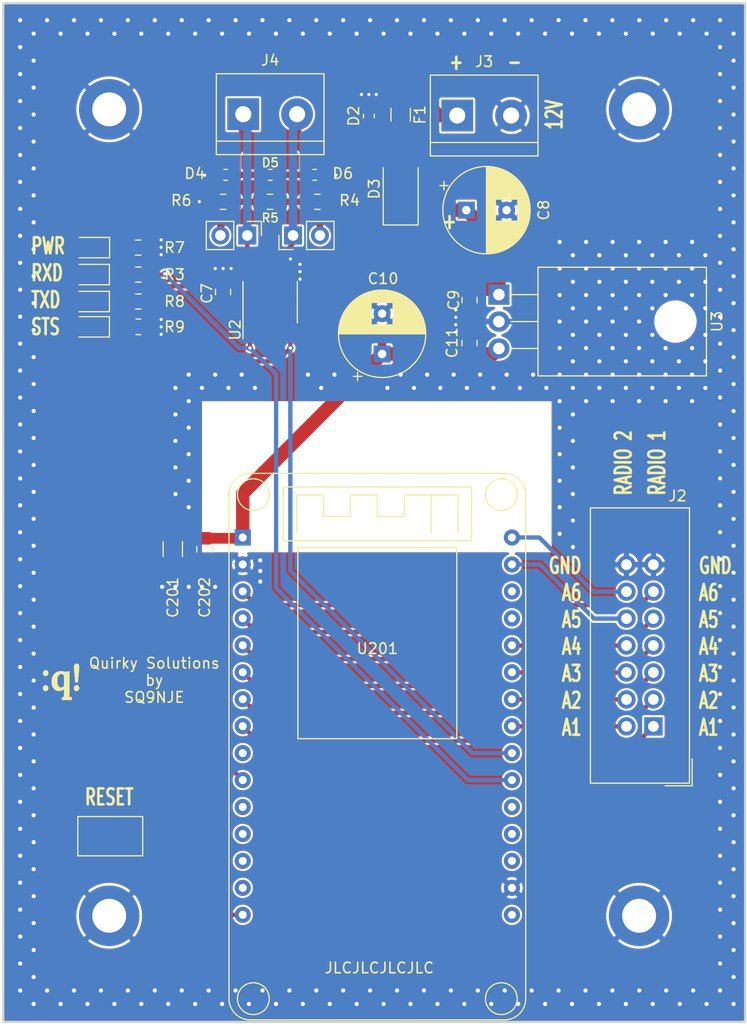
<source format=kicad_pcb>
(kicad_pcb (version 20241229) (generator "pcbnew") (generator_version "9.0")
  (layers (0 "F.Cu" signal) (2 "B.Cu" signal) (13 "F.Paste" user) (15 "B.Paste" user) (5 "F.SilkS" user "F.Silkscreen") (7 "B.SilkS" user "B.Silkscreen") (1 "F.Mask" user) (3 "B.Mask" user) (25 "Edge.Cuts" user))
  (net 0 "")
  (net 1 "GND")
  (net 2 "+5V")
  (net 3 "Net-(D3-K)")
  (net 4 "Net-(D2-A1)")
  (net 5 "Net-(D7-K)")
  (net 6 "Net-(D8-K)")
  (net 7 "Net-(D9-K)")
  (net 8 "Net-(J3-Pin_1)")
  (net 9 "Net-(U201-EN)")
  (net 10 "RS485_B")
  (net 11 "RS485_A")
  (net 12 "RXD2")
  (net 13 "TXD2")
  (net 17 "A1R1")
  (net 18 "A1R2")
  (net 19 "A2R1")
  (net 20 "A2R2")
  (net 21 "A3R1")
  (net 22 "A3R2")
  (net 23 "A4R1")
  (net 24 "A4R2")
  (net 25 "A5R1")
  (net 26 "A5R2")
  (net 27 "A6R1")
  (net 28 "A6R2")
  (net 29 "Net-(JP1-Pad2)")
  (net 30 "Net-(JP2-Pad2)")
  (net 38 "Net-(D10-K)")
  (net 39 "Net-(D10-A)")
  (footprint "Capacitor_THT:CP_Radial_D8.0mm_P3.80mm" (layer "F.Cu") (at 143.7 119.5)
    (property "Reference" "C8")
    (property "Value" "100u")
  )
  (footprint "Capacitor_SMD:C_0805_2012Metric_Pad1.15x1.40mm_HandSolder" (layer "F.Cu") (at 144 127.975 -90)
    (property "Reference" "C9")
    (property "Value" "100n")
  )
  (footprint "Capacitor_THT:CP_Radial_D8.0mm_P3.80mm" (layer "F.Cu") (at 135.75 133.052651 90)
    (property "Reference" "C10")
    (property "Value" "100u")
  )
  (footprint "Capacitor_SMD:C_0805_2012Metric_Pad1.15x1.40mm_HandSolder" (layer "F.Cu") (at 144 132.025 90)
    (property "Reference" "C11")
    (property "Value" "100n")
  )
  (footprint "Resistor_SMD:R_0603_1608Metric_Pad1.05x0.95mm_HandSolder" (layer "F.Cu") (at 134.5 110.625 90)
    (property "Reference" "D2")
    (property "Value" "TESDU24V")
  )
  (footprint "Resistor_SMD:R_0603_1608Metric_Pad1.05x0.95mm_HandSolder" (layer "F.Cu") (at 120.982 116.172)
    (property "Reference" "D4")
    (property "Value" "TESDU24V")
  )
  (footprint "Resistor_SMD:R_0603_1608Metric_Pad1.05x0.95mm_HandSolder" (layer "F.Cu") (at 125.201 116.172)
    (property "Reference" "D5")
    (property "Value" "TESDU24V")
  )
  (footprint "Resistor_SMD:R_0603_1608Metric_Pad1.05x0.95mm_HandSolder" (layer "F.Cu") (at 129.392 116.172)
    (property "Reference" "D6")
    (property "Value" "TESDU24V")
  )
  (footprint "LED_SMD:LED_0805_2012Metric_Pad1.15x1.40mm_HandSolder" (layer "F.Cu") (at 108.16 125.57 180)
    (property "Reference" "D7" (hide yes))
    (property "Value" "LED_Small")
  )
  (footprint "LED_SMD:LED_0805_2012Metric_Pad1.15x1.40mm_HandSolder" (layer "F.Cu") (at 108.178 123.03 180)
    (property "Reference" "D8" (hide yes))
    (property "Value" "LED_Small")
  )
  (footprint "LED_SMD:LED_0805_2012Metric_Pad1.15x1.40mm_HandSolder" (layer "F.Cu") (at 108.16 128.11 180)
    (property "Reference" "D9" (hide yes))
    (property "Value" "LED_Small" (hide yes))
  )
  (footprint "Fuse:Fuse_1206_3216Metric_Pad1.42x1.75mm_HandSolder" (layer "F.Cu") (at 137.5 110.5125 -90)
    (property "Reference" "F1")
    (property "Value" "0ZCJ0025AF2E")
  )
  (footprint "TerminalBlock:TerminalBlock_bornier-2_P5.08mm" (layer "F.Cu") (at 142.84 110.584)
    (property "Reference" "J3")
    (property "Value" "Conn_01x02")
  )
  (footprint "TerminalBlock:TerminalBlock_bornier-2_P5.08mm" (layer "F.Cu") (at 122.647 110.457)
    (property "Reference" "J4")
    (property "Value" "Conn_01x02")
  )
  (footprint "Connector_PinHeader_2.54mm:PinHeader_1x02_P2.54mm_Vertical" (layer "F.Cu") (at 127.346 121.887 90)
    (property "Reference" "JP1" (hide yes))
    (property "Value" "Jumper_NC_Small")
  )
  (footprint "Resistor_SMD:R_0805_2012Metric_Pad1.15x1.40mm_HandSolder" (layer "F.Cu") (at 112.75 125.57)
    (property "Reference" "R3")
    (property "Value" "2.2k" (hide yes))
  )
  (footprint "Resistor_SMD:R_0805_2012Metric_Pad1.15x1.40mm_HandSolder" (layer "F.Cu") (at 129.641 118.712 180)
    (property "Reference" "R4")
    (property "Value" "1k")
  )
  (footprint "Resistor_SMD:R_0805_2012Metric_Pad1.15x1.40mm_HandSolder" (layer "F.Cu") (at 125.178 118.712 180)
    (property "Reference" "R5")
    (property "Value" "120")
  )
  (footprint "Resistor_SMD:R_0805_2012Metric_Pad1.15x1.40mm_HandSolder" (layer "F.Cu") (at 120.742 118.712 180)
    (property "Reference" "R6")
    (property "Value" "1k")
  )
  (footprint "Resistor_SMD:R_0805_2012Metric_Pad1.15x1.40mm_HandSolder" (layer "F.Cu") (at 112.732 123.03)
    (property "Reference" "R7")
    (property "Value" "2.2k" (hide yes))
  )
  (footprint "Resistor_SMD:R_0805_2012Metric_Pad1.15x1.40mm_HandSolder" (layer "F.Cu") (at 112.75 128.11)
    (property "Reference" "R8")
    (property "Value" "2.2k" (hide yes))
  )
  (footprint "Package_SO:SOIC-8_3.9x4.9mm_P1.27mm" (layer "F.Cu") (at 125.187 128.172 90)
    (property "Reference" "U2")
    (property "Value" "MAX13487" (hide yes))
  )
  (footprint "Package_TO_SOT_THT:TO-220-3_Horizontal_TabDown" (layer "F.Cu") (at 146.77 127.46 -90)
    (property "Reference" "U3")
    (property "Value" "LM7805_TO220")
  )
  (footprint "MountingHole:MountingHole_3.2mm_M3_ISO7380_Pad" (layer "F.Cu") (at 110 110)
    (property "Reference" "REF**" (hide yes))
    (property "Value" "MountingHole_3.2mm_M3_ISO7380_Pad" (hide yes))
  )
  (footprint "MountingHole:MountingHole_3.2mm_M3_ISO7380_Pad" (layer "F.Cu") (at 110 186)
    (property "Reference" "REF**" (hide yes))
    (property "Value" "MountingHole_3.2mm_M3_ISO7380_Pad" (hide yes))
  )
  (footprint "Capacitor_SMD:C_0805_2012Metric_Pad1.15x1.40mm_HandSolder" (layer "F.Cu") (at 120.742 127.212 -90)
    (property "Reference" "C7")
    (property "Value" "100n" (hide yes))
  )
  (footprint "Connector_PinHeader_2.54mm:PinHeader_1x02_P2.54mm_Vertical" (layer "F.Cu") (at 123.028 121.887 -90)
    (property "Reference" "JP2" (hide yes))
    (property "Value" "Jumper_NC_Small")
  )
  (footprint "Button_Switch_SMD:SW_SPST_CK_RS282G05A3" (layer "F.Cu") (at 110.1 178.5)
    (property "Reference" "SW1" (hide yes))
    (property "Value" "SW_Push")
  )
  (footprint "Connector_IDC:IDC-Header_2x07_P2.54mm_Vertical" (layer "F.Cu") (at 161.347 168.152 180)
    (property "Reference" "J2")
    (property "Value" "Conn_02x07_Odd_Even")
  )
  (footprint "Diode_SMD:D_SMA" (layer "F.Cu") (at 137.5 117.5 90)
    (property "Reference" "D3")
    (property "Value" "ER1B")
  )
  (footprint "QS Logo:qs_logo" (layer "F.Cu") (at 105.5 164)
    (property "Reference" "Ref**" (hide yes))
    (property "Value" "Val**" (hide yes))
  )
  (footprint "Capacitor_SMD:C_1206_3216Metric_Pad1.33x1.80mm_HandSolder" (layer "F.Cu") (at 116 151.4375 -90)
    (property "Reference" "C201")
    (property "Value" "22u")
  )
  (footprint "MountingHole:MountingHole_3.2mm_M3_ISO7380_Pad" (layer "F.Cu") (at 160 110)
    (property "Reference" "REF**" (hide yes))
    (property "Value" "MountingHole_3.2mm_M3_ISO7380_Pad" (hide yes))
  )
  (footprint "LED_SMD:LED_0805_2012Metric_Pad1.15x1.40mm_HandSolder" (layer "F.Cu") (at 108.16 130.5 180)
    (property "Reference" "D10" (hide yes))
    (property "Value" "LED_Small")
  )
  (footprint "Capacitor_SMD:C_0805_2012Metric_Pad1.18x1.45mm_HandSolder" (layer "F.Cu") (at 119 151.4625 -90)
    (property "Reference" "C202")
    (property "Value" "100n")
  )
  (footprint "MountingHole:MountingHole_3.2mm_M3_ISO7380_Pad" (layer "F.Cu") (at 160 186)
    (property "Reference" "REF**" (hide yes))
    (property "Value" "MountingHole_3.2mm_M3_ISO7380_Pad" (hide yes))
  )
  (footprint "ESP32 DevKit:esp32_devkit_v1_doit" (layer "F.Cu") (at 135.3 150.35)
    (property "Reference" "U201")
    (property "Value" "~" (hide yes))
  )
  (footprint "Resistor_SMD:R_0805_2012Metric_Pad1.20x1.40mm_HandSolder" (layer "F.Cu") (at 112.75 130.5)
    (property "Reference" "R9")
    (property "Value" "470")
  )
  (gr_line (start 100 100) (end 170 100) (stroke (width 0.2)) (layer "Edge.Cuts"))
  (gr_line (start 170 100) (end 170 196) (stroke (width 0.2)) (layer "Edge.Cuts"))
  (gr_line (start 100 100) (end 100 196) (stroke (width 0.2)) (layer "Edge.Cuts"))
  (gr_line (start 100 196) (end 170 196) (stroke (width 0.2)) (layer "Edge.Cuts"))
  (gr_text "GND" (at 154.705 153.01 0) (layer "F.SilkS") (effects (font (size 1.5 1) (thickness 0.25)) (justify right)))
  (gr_text "A5" (at 165.5 158.09 0) (layer "F.SilkS") (effects (font (size 1.5 1) (thickness 0.25)) (justify left)))
  (gr_text "A6" (at 165.5 155.55 0) (layer "F.SilkS") (effects (font (size 1.5 1) (thickness 0.25)) (justify left)))
  (gr_text "A4" (at 165.5 160.63 0) (layer "F.SilkS") (effects (font (size 1.5 1) (thickness 0.25)) (justify left)))
  (gr_text "A3" (at 165.5 163.17 0) (layer "F.SilkS") (effects (font (size 1.5 1) (thickness 0.25)) (justify left)))
  (gr_text "A1" (at 165.5 168.25 0) (layer "F.SilkS") (effects (font (size 1.5 1) (thickness 0.25)) (justify left)))
  (gr_text "GND" (at 165.5 153.01 0) (layer "F.SilkS") (effects (font (size 1.5 1) (thickness 0.25)) (justify left)))
  (gr_text "A2" (at 165.5 165.71 0) (layer "F.SilkS") (effects (font (size 1.5 1) (thickness 0.25)) (justify left)))
  (gr_text "RESET" (at 110 174.817 0) (layer "F.SilkS") (effects (font (size 1.5 1) (thickness 0.25))))
  (gr_text "-" (at 147.193 120.523 0) (layer "F.SilkS") (effects (font (size 1.5 1) (thickness 0.25))))
  (gr_text "12V" (at 152 110.5 90) (layer "F.SilkS") (effects (font (size 1.5 1) (thickness 0.25))))
  (gr_text "RXD" (at 102.5 125.42 0) (layer "F.SilkS") (effects (font (size 1.5 1) (thickness 0.25)) (justify left)))
  (gr_text "+" (at 142.113 120.523 0) (layer "F.SilkS") (effects (font (size 1.5 1) (thickness 0.25))))
  (gr_text "A1" (at 154.705 168.25 0) (layer "F.SilkS") (effects (font (size 1.5 1) (thickness 0.25)) (justify right)))
  (gr_text "A5" (at 154.705 158.09 0) (layer "F.SilkS") (effects (font (size 1.5 1) (thickness 0.25)) (justify right)))
  (gr_text "A3" (at 154.705 163.17 0) (layer "F.SilkS") (effects (font (size 1.5 1) (thickness 0.25)) (justify right)))
  (gr_text "JLCJLCJLCJLC" (at 130.25 191.5 0) (layer "F.SilkS") (effects (font (size 1 1)) (justify left bottom)))
  (gr_text "TXD" (at 102.5 127.96 0) (layer "F.SilkS") (effects (font (size 1.5 1) (thickness 0.25)) (justify left)))
  (gr_text "STS" (at 102.5 130.5 0) (layer "F.SilkS") (effects (font (size 1.5 1) (thickness 0.25)) (justify left)))
  (gr_text "Quirky Solutions\nby\nSQ9NJE" (at 114.25 166 0) (layer "F.SilkS") (effects (font (size 1 1)) (justify bottom)))
  (gr_text "A6" (at 154.705 155.55 0) (layer "F.SilkS") (effects (font (size 1.5 1) (thickness 0.25)) (justify right)))
  (gr_text "A2" (at 154.705 165.71 0) (layer "F.SilkS") (effects (font (size 1.5 1) (thickness 0.25)) (justify right)))
  (gr_text "A4" (at 154.705 160.63 0) (layer "F.SilkS") (effects (font (size 1.5 1) (thickness 0.25)) (justify right)))
  (gr_text "RADIO 2" (at 158.515 140.1 90) (layer "F.SilkS") (effects (font (size 1.5 1) (thickness 0.25)) (justify right)))
  (gr_text "PWR" (at 102.5 122.88 0) (layer "F.SilkS") (effects (font (size 1.5 1) (thickness 0.25)) (justify left)))
  (gr_text "+" (at 142.75 105.5 0) (layer "F.SilkS") (effects (font (size 1.5 1) (thickness 0.25))))
  (gr_text "RADIO 1" (at 161.69 140.1 90) (layer "F.SilkS") (effects (font (size 1.5 1) (thickness 0.25)) (justify right)))
  (gr_text "-" (at 148.25 105.5 0) (layer "F.SilkS") (effects (font (size 1.5 1) (thickness 0.25))))
  (via (at 168.91 113.03) (size 0.8) (drill 0.4) (layers "F.Cu" "B.Cu") (net 1))
  (via (at 133.35 102.87) (size 0.8) (drill 0.4) (layers "F.Cu" "B.Cu") (net 1))
  (via (at 115.57 194.31) (size 0.8) (drill 0.4) (layers "F.Cu" "B.Cu") (net 1))
  (via (at 102.87 184.15) (size 0.8) (drill 0.4) (layers "F.Cu" "B.Cu") (net 1))
  (via (at 152.5 150) (size 0.8) (drill 0.4) (layers "F.Cu" "B.Cu") (net 1))
  (via (at 123.19 194.31) (size 0.8) (drill 0.4) (layers "F.Cu" "B.Cu") (net 1))
  (via (at 139.7 101.6) (size 0.8) (drill 0.4) (layers "F.Cu" "B.Cu") (net 1))
  (via (at 168.91 110.49) (size 0.8) (drill 0.4) (layers "F.Cu" "B.Cu") (net 1))
  (via (at 155 132.5) (size 0.8) (drill 0.4) (layers "F.Cu" "B.Cu") (net 1))
  (via (at 116.25 136.25) (size 0.8) (drill 0.4) (layers "F.Cu" "B.Cu") (net 1))
  (via (at 101.6 124.46) (size 0.8) (drill 0.4) (layers "F.Cu" "B.Cu") (net 1))
  (via (at 156.25 136.25) (size 0.8) (drill 0.4) (layers "F.Cu" "B.Cu") (net 1))
  (via (at 168.91 153.67) (size 0.8) (drill 0.4) (layers "F.Cu" "B.Cu") (net 1))
  (via (at 167.64 109.22) (size 0.8) (drill 0.4) (layers "F.Cu" "B.Cu") (net 1))
  (via (at 143.75 136.25) (size 0.8) (drill 0.4) (layers "F.Cu" "B.Cu") (net 1))
  (via (at 121.5 125) (size 0.6) (drill 0.3) (layers "F.Cu" "B.Cu") (net 1))
  (via (at 157.48 101.6) (size 0.8) (drill 0.4) (layers "F.Cu" "B.Cu") (net 1))
  (via (at 167.64 162.56) (size 0.8) (drill 0.4) (layers "F.Cu" "B.Cu") (net 1))
  (via (at 133.8 108.6) (size 0.6) (drill 0.3) (layers "F.Cu" "B.Cu") (net 1))
  (via (at 152.5 132.5) (size 0.8) (drill 0.4) (layers "F.Cu" "B.Cu") (net 1))
  (via (at 161.25 136.25) (size 0.8) (drill 0.4) (layers "F.Cu" "B.Cu") (net 1))
  (via (at 152.4 101.6) (size 0.8) (drill 0.4) (layers "F.Cu" "B.Cu") (net 1))
  (via (at 168.91 186.69) (size 0.8) (drill 0.4) (layers "F.Cu" "B.Cu") (net 1))
  (via (at 144.78 193.04) (size 0.8) (drill 0.4) (layers "F.Cu" "B.Cu") (net 1))
  (via (at 152.5 127.5) (size 0.8) (drill 0.4) (layers "F.Cu" "B.Cu") (net 1))
  (via (at 158.75 102.87) (size 0.8) (drill 0.4) (layers "F.Cu" "B.Cu") (net 1))
  (via (at 142.5 135) (size 0.8) (drill 0.4) (layers "F.Cu" "B.Cu") (net 1))
  (via (at 146.05 194.31) (size 0.8) (drill 0.4) (layers "F.Cu" "B.Cu") (net 1))
  (via (at 118.11 194.31) (size 0.8) (drill 0.4) (layers "F.Cu" "B.Cu") (net 1))
  (via (at 102.87 146.05) (size 0.8) (drill 0.4) (layers "F.Cu" "B.Cu") (net 1))
  (via (at 167.64 132.08) (size 0.8) (drill 0.4) (layers "F.Cu" "B.Cu") (net 1))
  (via (at 102.87 168.91) (size 0.8) (drill 0.4) (layers "F.Cu" "B.Cu") (net 1))
  (via (at 155 135) (size 0.8) (drill 0.4) (layers "F.Cu" "B.Cu") (net 1))
  (via (at 167.64 104.14) (size 0.8) (drill 0.4) (layers "F.Cu" "B.Cu") (net 1))
  (via (at 156.21 102.87) (size 0.8) (drill 0.4) (layers "F.Cu" "B.Cu") (net 1))
  (via (at 166.25 136.25) (size 0.8) (drill 0.4) (layers "F.Cu" "B.Cu") (net 1))
  (via (at 102.87 107.95) (size 0.8) (drill 0.4) (layers "F.Cu" "B.Cu") (net 1))
  (via (at 168.91 118.11) (size 0.8) (drill 0.4) (layers "F.Cu" "B.Cu") (net 1))
  (via (at 119.38 193.04) (size 0.8) (drill 0.4) (layers "F.Cu" "B.Cu") (net 1))
  (via (at 168.91 171.45) (size 0.8) (drill 0.4) (layers "F.Cu" "B.Cu") (net 1))
  (via (at 113.03 102.87) (size 0.8) (drill 0.4) (layers "F.Cu" "B.Cu") (net 1))
  (via (at 167.64 114.3) (size 0.8) (drill 0.4) (layers "F.Cu" "B.Cu") (net 1))
  (via (at 101.6 139.7) (size 0.8) (drill 0.4) (layers "F.Cu" "B.Cu") (net 1))
  (via (at 158.75 128.75) (size 0.8) (drill 0.4) (layers "F.Cu" "B.Cu") (net 1))
  (via (at 158.75 123.75) (size 0.8) (drill 0.4) (layers "F.Cu" "B.Cu") (net 1))
  (via (at 102.87 158.75) (size 0.8) (drill 0.4) (layers "F.Cu" "B.Cu") (net 1))
  (via (at 102.87 128.27) (size 0.8) (drill 0.4) (layers "F.Cu" "B.Cu") (net 1))
  (via (at 142.24 193.04) (size 0.8) (drill 0.4) (layers "F.Cu" "B.Cu") (net 1))
  (via (at 114.9 122.3) (size 0.6) (drill 0.3) (layers "F.Cu" "B.Cu") (net 1))
  (via (at 153.75 136.25) (size 0.8) (drill 0.4) (layers "F.Cu" "B.Cu") (net 1))
  (via (at 142.7 131) (size 0.6) (drill 0.3) (layers "F.Cu" "B.Cu") (net 1))
  (via (at 167.64 127) (size 0.8) (drill 0.4) (layers "F.Cu" "B.Cu") (net 1))
  (via (at 168.91 166.37) (size 0.8) (drill 0.4) (layers "F.Cu" "B.Cu") (net 1))
  (via (at 101.6 106.68) (size 0.8) (drill 0.4) (layers "F.Cu" "B.Cu") (net 1))
  (via (at 117.5 140) (size 0.8) (drill 0.4) (layers "F.Cu" "B.Cu") (net 1))
  (via (at 160.02 193.04) (size 0.8) (drill 0.4) (layers "F.Cu" "B.Cu") (net 1))
  (via (at 110.49 102.87) (size 0.8) (drill 0.4) (layers "F.Cu" "B.Cu") (net 1))
  (via (at 168.91 123.19) (size 0.8) (drill 0.4) (layers "F.Cu" "B.Cu") (net 1))
  (via (at 168.91 173.99) (size 0.8) (drill 0.4) (layers "F.Cu" "B.Cu") (net 1))
  (via (at 154.94 101.6) (size 0.8) (drill 0.4) (layers "F.Cu" "B.Cu") (net 1))
  (via (at 161.25 126.25) (size 0.8) (drill 0.4) (layers "F.Cu" "B.Cu") (net 1))
  (via (at 101.6 154.94) (size 0.8) (drill 0.4) (layers "F.Cu" "B.Cu") (net 1))
  (via (at 163.83 194.31) (size 0.8) (drill 0.4) (layers "F.Cu" "B.Cu") (net 1))
  (via (at 148.59 102.87) (size 0.8) (drill 0.4) (layers "F.Cu" "B.Cu") (net 1))
  (via (at 156.25 133.75) (size 0.8) (drill 0.4) (layers "F.Cu" "B.Cu") (net 1))
  (via (at 133.35 194.31) (size 0.8) (drill 0.4) (layers "F.Cu" "B.Cu") (net 1))
  (via (at 102.87 140.97) (size 0.8) (drill 0.4) (layers "F.Cu" "B.Cu") (net 1))
  (via (at 124.25 152.5) (size 0.8) (drill 0.4) (layers "F.Cu" "B.Cu") (net 1))
  (via (at 168.91 156.21) (size 0.8) (drill 0.4) (layers "F.Cu" "B.Cu") (net 1))
  (via (at 152.4 193.04) (size 0.8) (drill 0.4) (layers "F.Cu" "B.Cu") (net 1))
  (via (at 138.43 102.87) (size 0.8) (drill 0.4) (layers "F.Cu" "B.Cu") (net 1))
  (via (at 147.32 193.04) (size 0.8) (drill 0.4) (layers "F.Cu" "B.Cu") (net 1))
  (via (at 114.9 123.7) (size 0.6) (drill 0.3) (layers "F.Cu" "B.Cu") (net 1))
  (via (at 153.75 131.25) (size 0.8) (drill 0.4) (layers "F.Cu" "B.Cu") (net 1))
  (via (at 102.87 163.83) (size 0.8) (drill 0.4) (layers "F.Cu" "B.Cu") (net 1))
  (via (at 106.68 101.6) (size 0.8) (drill 0.4) (layers "F.Cu" "B.Cu") (net 1))
  (via (at 168.91 194.31) (size 0.8) (drill 0.4) (layers "F.Cu" "B.Cu") (net 1))
  (via (at 162.5 135) (size 0.8) (drill 0.4) (layers "F.Cu" "B.Cu") (net 1))
  (via (at 101.6 109.22) (size 0.8) (drill 0.4) (layers "F.Cu" "B.Cu") (net 1))
  (via (at 166.25 126.25) (size 0.8) (drill 0.4) (layers "F.Cu" "B.Cu") (net 1))
  (via (at 120.65 102.87) (size 0.8) (drill 0.4) (layers "F.Cu" "B.Cu") (net 1))
  (via (at 101.6 180.34) (size 0.8) (drill 0.4) (layers "F.Cu" "B.Cu") (net 1))
  (via (at 157.5 137.5) (size 0.8) (drill 0.4) (layers "F.Cu" "B.Cu") (net 1))
  (via (at 163.75 136.25) (size 0.8) (drill 0.4) (layers "F.Cu" "B.Cu") (net 1))
  (via (at 163.75 133.75) (size 0.8) (drill 0.4) (layers "F.Cu" "B.Cu") (net 1))
  (via (at 116.25 146.25) (size 0.8) (drill 0.4) (layers "F.Cu" "B.Cu") (net 1))
  (via (at 155 137.5) (size 0.8) (drill 0.4) (layers "F.Cu" "B.Cu") (net 1))
  (via (at 131.25 135) (size 0.8) (drill 0.4) (layers "F.Cu" "B.Cu") (net 1))
  (via (at 157.48 193.04) (size 0.8) (drill 0.4) (layers "F.Cu" "B.Cu") (net 1))
  (via (at 167.64 157.48) (size 0.8) (drill 0.4) (layers "F.Cu" "B.Cu") (net 1))
  (via (at 161.25 131.25) (size 0.8) (drill 0.4) (layers "F.Cu" "B.Cu") (net 1))
  (via (at 102.87 166.37) (size 0.8) (drill 0.4) (layers "F.Cu" "B.Cu") (net 1))
  (via (at 122.5 135) (size 0.8) (drill 0.4) (layers "F.Cu" "B.Cu") (net 1))
  (via (at 105.41 102.87) (size 0.8) (drill 0.4) (layers "F.Cu" "B.Cu") (net 1))
  (via (at 102.87 115.57) (size 0.8) (drill 0.4) (layers "F.Cu" "B.Cu") (net 1))
  (via (at 160 135) (size 0.8) (drill 0.4) (layers "F.Cu" "B.Cu") (net 1))
  (via (at 134.5 108.6) (size 0.6) (drill 0.3) (layers "F.Cu" "B.Cu") (net 1))
  (via (at 139.7 193.04) (size 0.8) (drill 0.4) (layers "F.Cu" "B.Cu") (net 1))
  (via (at 153.75 141.25) (size 0.8) (drill 0.4) (layers "F.Cu" "B.Cu") (net 1))
  (via (at 127 101.6) (size 0.8) (drill 0.4) (layers "F.Cu" "B.Cu") (net 1))
  (via (at 101.6 177.8) (size 0.8) (drill 0.4) (layers "F.Cu" "B.Cu") (net 1))
  (via (at 168.91 140.97) (size 0.8) (drill 0.4) (layers "F.Cu" "B.Cu") (net 1))
  (via (at 152.5 125) (size 0.8) (drill 0.4) (layers "F.Cu" "B.Cu") (net 1))
  (via (at 120 135) (size 0.8) (drill 0.4) (layers "F.Cu" "B.Cu") (net 1))
  (via (at 102.87 113.03) (size 0.8) (drill 0.4) (layers "F.Cu" "B.Cu") (net 1))
  (via (at 102.87 143.51) (size 0.8) (drill 0.4) (layers "F.Cu" "B.Cu") (net 1))
  (via (at 137.16 101.6) (size 0.8) (drill 0.4) (layers "F.Cu" "B.Cu") (net 1))
  (via (at 102.87 110.49) (size 0.8) (drill 0.4) (layers "F.Cu" "B.Cu") (net 1))
  (via (at 101.6 142.24) (size 0.8) (drill 0.4) (layers "F.Cu" "B.Cu") (net 1))
  (via (at 167.64 160.02) (size 0.8) (drill 0.4) (layers "F.Cu" "B.Cu") (net 1))
  (via (at 167.64 177.8) (size 0.8) (drill 0.4) (layers "F.Cu" "B.Cu") (net 1))
  (via (at 128.27 194.31) (size 0.8) (drill 0.4) (layers "F.Cu" "B.Cu") (net 1))
  (via (at 102.87 189.23) (size 0.8) (drill 0.4) (layers "F.Cu" "B.Cu") (net 1))
  (via (at 168.91 133.35) (size 0.8) (drill 0.4) (layers "F.Cu" "B.Cu") (net 1))
  (via (at 101.6 129.54) (size 0.8) (drill 0.4) (layers "F.Cu" "B.Cu") (net 1))
  (via (at 102.87 102.87) (size 0.8) (drill 0.4) (layers "F.Cu" "B.Cu") (net 1))
  (via (at 129.54 193.04) (size 0.8) (drill 0.4) (layers "F.Cu" "B.Cu") (net 1))
  (via (at 162.5 127.5) (size 0.8) (drill 0.4) (layers "F.Cu" "B.Cu") (net 1))
  (via (at 165 122.5) (size 0.8) (drill 0.4) (layers "F.Cu" "B.Cu") (net 1))
  (via (at 168.91 130.81) (size 0.8) (drill 0.4) (layers "F.Cu" "B.Cu") (net 1))
  (via (at 124.46 193.04) (size 0.8) (drill 0.4) (layers "F.Cu" "B.Cu") (net 1))
  (via (at 124.25 154.5) (size 0.8) (drill 0.4) (layers "F.Cu" "B.Cu") (net 1))
  (via (at 120.75 125) (size 0.6) (drill 0.3) (layers "F.Cu" "B.Cu") (net 1))
  (via (at 123.19 102.87) (size 0.8) (drill 0.4) (layers "F.Cu" "B.Cu") (net 1))
  (via (at 160 137.5) (size 0.8) (drill 0.4) (layers "F.Cu" "B.Cu") (net 1))
  (via (at 163.83 102.87) (size 0.8) (drill 0.4) (layers "F.Cu" "B.Cu") (net 1))
  (via (at 167.64 187.96) (size 0.8) (drill 0.4) (layers "F.Cu" "B.Cu") (net 1))
  (via (at 168.91 146.05) (size 0.8) (drill 0.4) (layers "F.Cu" "B.Cu") (net 1))
  (via (at 158.75 194.31) (size 0.8) (drill 0.4) (layers "F.Cu" "B.Cu") (net 1))
  (via (at 101.6 160.02) (size 0.8) (drill 0.4) (layers "F.Cu" "B.Cu") (net 1))
  (via (at 167.64 106.68) (size 0.8) (drill 0.4) (layers "F.Cu" "B.Cu") (net 1))
  (via (at 110.49 194.31) (size 0.8) (drill 0.4) (layers "F.Cu" "B.Cu") (net 1))
  (via (at 167.64 119.38) (size 0.8) (drill 0.4) (layers "F.Cu" "B.Cu") (net 1))
  (via (at 166.25 131.25) (size 0.8) (drill 0.4) (layers "F.Cu" "B.Cu") (net 1))
  (via (at 142.24 101.6) (size 0.8) (drill 0.4) (layers "F.Cu" "B.Cu") (net 1))
  (via (at 121.92 193.04) (size 0.8) (drill 0.4) (layers "F.Cu" "B.Cu") (net 1))
  (via (at 116.84 101.6) (size 0.8) (drill 0.4) (layers "F.Cu" "B.Cu") (net 1))
  (via (at 165.1 101.6) (size 0.8) (drill 0.4) (layers "F.Cu" "B.Cu") (net 1))
  (via (at 116.25 155) (size 0.8) (drill 0.4) (layers "F.Cu" "B.Cu") (net 1))
  (via (at 141.25 136.25) (size 0.8) (drill 0.4) (layers "F.Cu" "B.Cu") (net 1))
  (via (at 149.86 101.6) (size 0.8) (drill 0.4) (layers "F.Cu" "B.Cu") (net 1))
  (via (at 156.21 194.31) (size 0.8) (drill 0.4) (layers "F.Cu" "B.Cu") (net 1))
  (via (at 158.75 133.75) (size 0.8) (drill 0.4) (layers "F.Cu" "B.Cu") (net 1))
  (via (at 167.64 147.32) (size 0.8) (drill 0.4) (layers "F.Cu" "B.Cu") (net 1))
  (via (at 160 130) (size 0.8) (drill 0.4) (layers "F.Cu" "B.Cu") (net 1))
  (via (at 153.75 148.75) (size 0.8) (drill 0.4) (layers "F.Cu" "B.Cu") (net 1))
  (via (at 157.5 122.5) (size 0.8) (drill 0.4) (layers "F.Cu" "B.Cu") (net 1))
  (via (at 102.87 173.99) (size 0.8) (drill 0.4) (layers "F.Cu" "B.Cu") (net 1))
  (via (at 153.75 146.25) (size 0.8) (drill 0.4) (layers "F.Cu" "B.Cu") (net 1))
  (via (at 109.22 193.04) (size 0.8) (drill 0.4) (layers "F.Cu" "B.Cu") (net 1))
  (via (at 155 125) (size 0.8) (drill 0.4) (layers "F.Cu" "B.Cu") (net 1))
  (via (at 168.91 176.53) (size 0.8) (drill 0.4) (layers "F.Cu" "B.Cu") (net 1))
  (via (at 158.75 131.25) (size 0.8) (drill 0.4) (layers "F.Cu" "B.Cu") (net 1))
  (via (at 117.5 135) (size 0.8) (drill 0.4) (layers "F.Cu" "B.Cu") (net 1))
  (via (at 135.89 194.31) (size 0.8) (drill 0.4) (layers "F.Cu" "B.Cu") (net 1))
  (via (at 165 137.5) (size 0.8) (drill 0.4) (layers "F.Cu" "B.Cu") (net 1))
  (via (at 101.6 111.76) (size 0.8) (drill 0.4) (layers "F.Cu" "B.Cu") (net 1))
  (via (at 142.7 130.3) (size 0.6) (drill 0.3) (layers "F.Cu" "B.Cu") (net 1))
  (via (at 158.75 126.25) (size 0.8) (drill 0.4) (layers "F.Cu" "B.Cu") (net 1))
  (via (at 115 155) (size 0.8) (drill 0.4) (layers "F.Cu" "B.Cu") (net 1))
  (via (at 168.91 148.59) (size 0.8) (drill 0.4) (layers "F.Cu" "B.Cu") (net 1))
  (via (at 114.3 101.6) (size 0.8) (drill 0.4) (layers "F.Cu" "B.Cu") (net 1))
  (via (at 151.25 136.25) (size 0.8) (drill 0.4) (layers "F.Cu" "B.Cu") (net 1))
  (via (at 120 155) (size 0.8) (drill 0.4) (layers "F.Cu" "B.Cu") (net 1))
  (via (at 114.9 130.5) (size 0.6) (drill 0.3) (layers "F.Cu" "B.Cu") (net 1))
  (via (at 124.46 101.6) (size 0.8) (drill 0.4) (layers "F.Cu" "B.Cu") (net 1))
  (via (at 161.25 123.75) (size 0.8) (drill 0.4) (layers "F.Cu" "B.Cu") (net 1))
  (via (at 167.64 124.46) (size 0.8) (drill 0.4) (layers "F.Cu" "B.Cu") (net 1))
  (via (at 153.75 123.75) (size 0.8) (drill 0.4) (layers "F.Cu" "B.Cu") (net 1))
  (via (at 117.5 142.5) (size 0.8) (drill 0.4) (layers "F.Cu" "B.Cu") (net 1))
  (via (at 162.5 132.5) (size 0.8) (drill 0.4) (layers "F.Cu" "B.Cu") (net 1))
  (via (at 160 132.5) (size 0.8) (drill 0.4) (layers "F.Cu" "B.Cu") (net 1))
  (via (at 168.91 191.77) (size 0.8) (drill 0.4) (layers "F.Cu" "B.Cu") (net 1))
  (via (at 101.6 190.5) (size 0.8) (drill 0.4) (layers "F.Cu" "B.Cu") (net 1))
  (via (at 161.25 128.75) (size 0.8) (drill 0.4) (layers "F.Cu" "B.Cu") (net 1))
  (via (at 166.25 128.75) (size 0.8) (drill 0.4) (layers "F.Cu" "B.Cu") (net 1))
  (via (at 167.64 167.64) (size 0.8) (drill 0.4) (layers "F.Cu" "B.Cu") (net 1))
  (via (at 134.62 193.04) (size 0.8) (drill 0.4) (layers "F.Cu" "B.Cu") (net 1))
  (via (at 158.75 136.25) (size 0.8) (drill 0.4) (layers "F.Cu" "B.Cu") (net 1))
  (via (at 119.38 101.6) (size 0.8) (drill 0.4) (layers "F.Cu" "B.Cu") (net 1))
  (via (at 102.87 151.13) (size 0.8) (drill 0.4) (layers "F.Cu" "B.Cu") (net 1))
  (via (at 157.5 130) (size 0.8) (drill 0.4) (layers "F.Cu" "B.Cu") (net 1))
  (via (at 102.87 179.07) (size 0.8) (drill 0.4) (layers "F.Cu" "B.Cu") (net 1))
  (via (at 102.87 194.31) (size 0.8) (drill 0.4) (layers "F.Cu" "B.Cu") (net 1))
  (via (at 143.51 194.31) (size 0.8) (drill 0.4) (layers "F.Cu" "B.Cu") (net 1))
  (via (at 101.6 114.3) (size 0.8) (drill 0.4) (layers "F.Cu" "B.Cu") (net 1))
  (via (at 153.75 138.75) (size 0.8) (drill 0.4) (layers "F.Cu" "B.Cu") (net 1))
  (via (at 152.5 137.5) (size 0.8) (drill 0.4) (layers "F.Cu" "B.Cu") (net 1))
  (via (at 117.5 155) (size 0.8) (drill 0.4) (layers "F.Cu" "B.Cu") (net 1))
  (via (at 102.87 130.81) (size 0.8) (drill 0.4) (layers "F.Cu" "B.Cu") (net 1))
  (via (at 118.75 136.25) (size 0.8) (drill 0.4) (layers "F.Cu" "B.Cu") (net 1))
  (via (at 101.6 147.32) (size 0.8) (drill 0.4) (layers "F.Cu" "B.Cu") (net 1))
  (via (at 132.08 101.6) (size 0.8) (drill 0.4) (layers "F.Cu" "B.Cu") (net 1))
  (via (at 101.6 193.04) (size 0.8) (drill 0.4) (layers "F.Cu" "B.Cu") (net 1))
  (via (at 167.64 165.1) (size 0.8) (drill 0.4) (layers "F.Cu" "B.Cu") (net 1))
  (via (at 117.5 145) (size 0.8) (drill 0.4) (layers "F.Cu" "B.Cu") (net 1))
  (via (at 156.25 126.25) (size 0.8) (drill 0.4) (layers "F.Cu" "B.Cu") (net 1))
  (via (at 101.6 144.78) (size 0.8) (drill 0.4) (layers "F.Cu" "B.Cu") (net 1))
  (via (at 155 130) (size 0.8) (drill 0.4) (layers "F.Cu" "B.Cu") (net 1))
  (via (at 168.91 161.29) (size 0.8) (drill 0.4) (layers "F.Cu" "B.Cu") (net 1))
  (via (at 129.54 101.6) (size 0.8) (drill 0.4) (layers "F.Cu" "B.Cu") (net 1))
  (via (at 157.5 125) (size 0.8) (drill 0.4) (layers "F.Cu" "B.Cu") (net 1))
  (via (at 128 126) (size 0.6) (drill 0.3) (layers "F.Cu" "B.Cu") (net 1))
  (via (at 152.5 140) (size 0.8) (drill 0.4) (layers "F.Cu" "B.Cu") (net 1))
  (via (at 125.73 102.87) (size 0.8) (drill 0.4) (layers "F.Cu" "B.Cu") (net 1))
  (via (at 101.6 175.26) (size 0.8) (drill 0.4) (layers "F.Cu" "B.Cu") (net 1))
  (via (at 168.91 102.87) (size 0.8) (drill 0.4) (layers "F.Cu" "B.Cu") (net 1))
  (via (at 153.67 194.31) (size 0.8) (drill 0.4) (layers "F.Cu" "B.Cu") (net 1))
  (via (at 101.6 162.56) (size 0.8) (drill 0.4) (layers "F.Cu" "B.Cu") (net 1))
  (via (at 168.91 158.75) (size 0.8) (drill 0.4) (layers "F.Cu" "B.Cu") (net 1))
  (via (at 162.56 193.04) (size 0.8) (drill 0.4) (layers "F.Cu" "B.Cu") (net 1))
  (via (at 118.11 102.87) (size 0.8) (drill 0.4) (layers "F.Cu" "B.Cu") (net 1))
  (via (at 151.13 102.87) (size 0.8) (drill 0.4) (layers "F.Cu" "B.Cu") (net 1))
  (via (at 168.91 135.89) (size 0.8) (drill 0.4) (layers "F.Cu" "B.Cu") (net 1))
  (via (at 107.95 102.87) (size 0.8) (drill 0.4) (layers "F.Cu" "B.Cu") (net 1))
  (via (at 130.81 194.31) (size 0.8) (drill 0.4) (layers "F.Cu" "B.Cu") (net 1))
  (via (at 101.6 157.48) (size 0.8) (drill 0.4) (layers "F.Cu" "B.Cu") (net 1))
  (via (at 150 135) (size 0.8) (drill 0.4) (layers "F.Cu" "B.Cu") (net 1))
  (via (at 111.76 193.04) (size 0.8) (drill 0.4) (layers "F.Cu" "B.Cu") (net 1))
  (via (at 148.59 194.31) (size 0.8) (drill 0.4) (layers "F.Cu" "B.Cu") (net 1))
  (via (at 111.76 101.6) (size 0.8) (drill 0.4) (layers "F.Cu" "B.Cu") (net 1))
  (via (at 153.75 151.25) (size 0.8) (drill 0.4) (layers "F.Cu" "B.Cu") (net 1))
  (via (at 152.5 135) (size 0.8) (drill 0.4) (layers "F.Cu" "B.Cu") (net 1))
  (via (at 153.75 128.75) (size 0.8) (drill 0.4) (layers "F.Cu" "B.Cu") (net 1))
  (via (at 160 125) (size 0.8) (drill 0.4) (layers "F.Cu" "B.Cu") (net 1))
  (via (at 114.9 129.8) (size 0.6) (drill 0.3) (layers "F.Cu" "B.Cu") (net 1))
  (via (at 116.25 138.75) (size 0.8) (drill 0.4) (layers "F.Cu" "B.Cu") (net 1))
  (via (at 168.91 107.95) (size 0.8) (drill 0.4) (layers "F.Cu" "B.Cu") (net 1))
  (via (at 102.87 191.77) (size 0.8) (drill 0.4) (layers "F.Cu" "B.Cu") (net 1))
  (via (at 168.91 189.23) (size 0.8) (drill 0.4) (layers "F.Cu" "B.Cu") (net 1))
  (via (at 153.75 133.75) (size 0.8) (drill 0.4) (layers "F.Cu" "B.Cu") (net 1))
  (via (at 136.25 136.25) (size 0.8) (drill 0.4) (layers "F.Cu" "B.Cu") (net 1))
  (via (at 142.7 128.9) (size 0.6) (drill 0.3) (layers "F.Cu" "B.Cu") (net 1))
  (via (at 143.51 102.87) (size 0.8) (drill 0.4) (layers "F.Cu" "B.Cu") (net 1))
  (via (at 167.64 137.16) (size 0.8) (drill 0.4) (layers "F.Cu" "B.Cu") (net 1))
  (via (at 131.4 116.2) (size 0.6) (drill 0.3) (layers "F.Cu" "B.Cu") (net 1))
  (via (at 167.64 142.24) (size 0.8) (drill 0.4) (layers "F.Cu" "B.Cu") (net 1))
  (via (at 157.5 132.5) (size 0.8) (drill 0.4) (layers "F.Cu" "B.Cu") (net 1))
  (via (at 138.43 194.31) (size 0.8) (drill 0.4) (layers "F.Cu" "B.Cu") (net 1))
  (via (at 118.5 118.7) (size 0.6) (drill 0.3) (layers "F.Cu" "B.Cu") (net 1))
  (via (at 155 127.5) (size 0.8) (drill 0.4) (layers "F.Cu" "B.Cu") (net 1))
  (via (at 162.5 137.5) (size 0.8) (drill 0.4) (layers "F.Cu" "B.Cu") (net 1))
  (via (at 101.6 127) (size 0.8) (drill 0.4) (layers "F.Cu" "B.Cu") (net 1))
  (via (at 168.91 120.65) (size 0.8) (drill 0.4) (layers "F.Cu" "B.Cu") (net 1))
  (via (at 146.25 136.25) (size 0.8) (drill 0.4) (layers "F.Cu" "B.Cu") (net 1))
  (via (at 137.16 193.04) (size 0.8) (drill 0.4) (layers "F.Cu" "B.Cu") (net 1))
  (via (at 149.86 193.04) (size 0.8) (drill 0.4) (layers "F.Cu" "B.Cu") (net 1))
  (via (at 153.75 143.75) (size 0.8) (drill 0.4) (layers "F.Cu" "B.Cu") (net 1))
  (via (at 104.14 193.04) (size 0.8) (drill 0.4) (layers "F.Cu" "B.Cu") (net 1))
  (via (at 101.6 104.14) (size 0.8) (drill 0.4) (layers "F.Cu" "B.Cu") (net 1))
  (via (at 167.64 154.94) (size 0.8) (drill 0.4) (layers "F.Cu" "B.Cu") (net 1))
  (via (at 114.9 131.2) (size 0.6) (drill 0.3) (layers "F.Cu" "B.Cu") (net 1))
  (via (at 162.5 125) (size 0.8) (drill 0.4) (layers "F.Cu" "B.Cu") (net 1))
  (via (at 102.87 138.43) (size 0.8) (drill 0.4) (layers "F.Cu" "B.Cu") (net 1))
  (via (at 119 116.2) (size 0.6) (drill 0.3) (layers "F.Cu" "B.Cu") (net 1))
  (via (at 167.64 152.4) (size 0.8) (drill 0.4) (layers "F.Cu" "B.Cu") (net 1))
  (via (at 101.6 167.64) (size 0.8) (drill 0.4) (layers "F.Cu" "B.Cu") (net 1))
  (via (at 161.29 194.31) (size 0.8) (drill 0.4) (layers "F.Cu" "B.Cu") (net 1))
  (via (at 128 124.6) (size 0.6) (drill 0.3) (layers "F.Cu" "B.Cu") (net 1))
  (via (at 121.25 136.25) (size 0.8) (drill 0.4) (layers "F.Cu" "B.Cu") (net 1))
  (via (at 101.6 170.18) (size 0.8) (drill 0.4) (layers "F.Cu" "B.Cu") (net 1))
  (via (at 102.87 171.45) (size 0.8) (drill 0.4) (layers "F.Cu" "B.Cu") (net 1))
  (via (at 167.64 134.62) (size 0.8) (drill 0.4) (layers "F.Cu" "B.Cu") (net 1))
  (via (at 118.75 155) (size 0.8) (drill 0.4) (layers "F.Cu" "B.Cu") (net 1))
  (via (at 127 193.04) (size 0.8) (drill 0.4) (layers "F.Cu" "B.Cu") (net 1))
  (via (at 102.87 133.35) (size 0.8) (drill 0.4) (layers "F.Cu" "B.Cu") (net 1))
  (via (at 166.25 123.75) (size 0.8) (drill 0.4) (layers "F.Cu" "B.Cu") (net 1))
  (via (at 130.81 102.87) (size 0.8) (drill 0.4) (layers "F.Cu" "B.Cu") (net 1))
  (via (at 101.6 132.08) (size 0.8) (drill 0.4) (layers "F.Cu" "B.Cu") (net 1))
  (via (at 102.87 181.61) (size 0.8) (drill 0.4) (layers "F.Cu" "B.Cu") (net 1))
  (via (at 101.6 152.4) (size 0.8) (drill 0.4) (layers "F.Cu" "B.Cu") (net 1))
  (via (at 102.87 176.53) (size 0.8) (drill 0.4) (layers "F.Cu" "B.Cu") (net 1))
  (via (at 117.5 137.5) (size 0.8) (drill 0.4) (layers "F.Cu" "B.Cu") (net 1))
  (via (at 113.03 194.31) (size 0.8) (drill 0.4) (layers "F.Cu" "B.Cu") (net 1))
  (via (at 160 127.5) (size 0.8) (drill 0.4) (layers "F.Cu" "B.Cu") (net 1))
  (via (at 166.37 194.31) (size 0.8) (drill 0.4) (layers "F.Cu" "B.Cu") (net 1))
  (via (at 120.65 194.31) (size 0.8) (drill 0.4) (layers "F.Cu" "B.Cu") (net 1))
  (via (at 160 122.5) (size 0.8) (drill 0.4) (layers "F.Cu" "B.Cu") (net 1))
  (via (at 168.91 181.61) (size 0.8) (drill 0.4) (layers "F.Cu" "B.Cu") (net 1))
  (via (at 163.75 123.75) (size 0.8) (drill 0.4) (layers "F.Cu" "B.Cu") (net 1))
  (via (at 152.5 147.5) (size 0.8) (drill 0.4) (layers "F.Cu" "B.Cu") (net 1))
  (via (at 101.6 185.42) (size 0.8) (drill 0.4) (layers "F.Cu" "B.Cu") (net 1))
  (via (at 101.6 187.96) (size 0.8) (drill 0.4) (layers "F.Cu" "B.Cu") (net 1))
  (via (at 165 132.5) (size 0.8) (drill 0.4) (layers "F.Cu" "B.Cu") (net 1))
  (via (at 167.64 121.92) (size 0.8) (drill 0.4) (layers "F.Cu" "B.Cu") (net 1))
  (via (at 123.75 136.25) (size 0.8) (drill 0.4) (layers "F.Cu" "B.Cu") (net 1))
  (via (at 160.02 101.6) (size 0.8) (drill 0.4) (layers "F.Cu" "B.Cu") (net 1))
  (via (at 165 127.5) (size 0.8) (drill 0.4) (layers "F.Cu" "B.Cu") (net 1))
  (via (at 153.75 126.25) (size 0.8) (drill 0.4) (layers "F.Cu" "B.Cu") (net 1))
  (via (at 153.67 102.87) (size 0.8) (drill 0.4) (layers "F.Cu" "B.Cu") (net 1))
  (via (at 147.5 135) (size 0.8) (drill 0.4) (layers "F.Cu" "B.Cu") (net 1))
  (via (at 102.87 148.59) (size 0.8) (drill 0.4) (layers "F.Cu" "B.Cu") (net 1))
  (via (at 168.91 138.43) (size 0.8) (drill 0.4) (layers "F.Cu" "B.Cu") (net 1))
  (via (at 105.41 194.31) (size 0.8) (drill 0.4) (layers "F.Cu" "B.Cu") (net 1))
  (via (at 165 125) (size 0.8) (drill 0.4) (layers "F.Cu" "B.Cu") (net 1))
  (via (at 101.6 137.16) (size 0.8) (drill 0.4) (layers "F.Cu" "B.Cu") (net 1))
  (via (at 152.5 145) (size 0.8) (drill 0.4) (layers "F.Cu" "B.Cu") (net 1))
  (via (at 102.87 120.65) (size 0.8) (drill 0.4) (layers "F.Cu" "B.Cu") (net 1))
  (via (at 167.64 116.84) (size 0.8) (drill 0.4) (layers "F.Cu" "B.Cu") (net 1))
  (via (at 101.6 149.86) (size 0.8) (drill 0.4) (layers "F.Cu" "B.Cu") (net 1))
  (via (at 101.6 134.62) (size 0.8) (drill 0.4) (layers "F.Cu" "B.Cu") (net 1))
  (via (at 138.75 136.25) (size 0.8) (drill 0.4) (layers "F.Cu" "B.Cu") (net 1))
  (via (at 102.87 161.29) (size 0.8) (drill 0.4) (layers "F.Cu" "B.Cu") (net 1))
  (via (at 157.5 127.5) (size 0.8) (drill 0.4) (layers "F.Cu" "B.Cu") (net 1))
  (via (at 116.84 193.04) (size 0.8) (drill 0.4) (layers "F.Cu" "B.Cu") (net 1))
  (via (at 168.91 125.73) (size 0.8) (drill 0.4) (layers "F.Cu" "B.Cu") (net 1))
  (via (at 116.25 141.25) (size 0.8) (drill 0.4) (layers "F.Cu" "B.Cu") (net 1))
  (via (at 101.6 101.6) (size 0.8) (drill 0.4) (layers "F.Cu" "B.Cu") (net 1))
  (via (at 161.25 133.75) (size 0.8) (drill 0.4) (layers "F.Cu" "B.Cu") (net 1))
  (via (at 140.97 194.31) (size 0.8) (drill 0.4) (layers "F.Cu" "B.Cu") (net 1))
  (via (at 145 135) (size 0.8) (drill 0.4) (layers "F.Cu" "B.Cu") (net 1))
  (via (at 102.87 135.89) (size 0.8) (drill 0.4) (layers "F.Cu" "B.Cu") (net 1))
  (via (at 166.25 133.75) (size 0.8) (drill 0.4) (layers "F.Cu" "B.Cu") (net 1))
  (via (at 167.64 139.7) (size 0.8) (drill 0.4) (layers "F.Cu" "B.Cu") (net 1))
  (via (at 140 135) (size 0.8) (drill 0.4) (layers "F.Cu" "B.Cu") (net 1))
  (via (at 165.1 193.04) (size 0.8) (drill 0.4) (layers "F.Cu" "B.Cu") (net 1))
  (via (at 168.91 128.27) (size 0.8) (drill 0.4) (layers "F.Cu" "B.Cu") (net 1))
  (via (at 155 122.5) (size 0.8) (drill 0.4) (layers "F.Cu" "B.Cu") (net 1))
  (via (at 147.32 101.6) (size 0.8) (drill 0.4) (layers "F.Cu" "B.Cu") (net 1))
  (via (at 167.64 111.76) (size 0.8) (drill 0.4) (layers "F.Cu" "B.Cu") (net 1))
  (via (at 167.64 144.78) (size 0.8) (drill 0.4) (layers "F.Cu" "B.Cu") (net 1))
  (via (at 135.89 102.87) (size 0.8) (drill 0.4) (layers "F.Cu" "B.Cu") (net 1))
  (via (at 116.25 143.75) (size 0.8) (drill 0.4) (layers "F.Cu" "B.Cu") (net 1))
  (via (at 151.13 194.31) (size 0.8) (drill 0.4) (layers "F.Cu" "B.Cu") (net 1))
  (via (at 167.64 193.04) (size 0.8) (drill 0.4) (layers "F.Cu" "B.Cu") (net 1))
  (via (at 162.56 101.6) (size 0.8) (drill 0.4) (layers "F.Cu" "B.Cu") (net 1))
  (via (at 117.5 147.5) (size 0.8) (drill 0.4) (layers "F.Cu" "B.Cu") (net 1))
  (via (at 161.29 102.87) (size 0.8) (drill 0.4) (layers "F.Cu" "B.Cu") (net 1))
  (via (at 168.91 143.51) (size 0.8) (drill 0.4) (layers "F.Cu" "B.Cu") (net 1))
  (via (at 127.1 124.1) (size 0.6) (drill 0.3) (layers "F.Cu" "B.Cu") (net 1))
  (via (at 152.5 122.5) (size 0.8) (drill 0.4) (layers "F.Cu" "B.Cu") (net 1))
  (via (at 144.78 101.6) (size 0.8) (drill 0.4) (layers "F.Cu" "B.Cu") (net 1))
  (via (at 134.62 101.6) (size 0.8) (drill 0.4) (layers "F.Cu" "B.Cu") (net 1))
  (via (at 102.87 118.11) (size 0.8) (drill 0.4) (layers "F.Cu" "B.Cu") (net 1))
  (via (at 167.64 182.88) (size 0.8) (drill 0.4) (layers "F.Cu" "B.Cu") (net 1))
  (via (at 165 135) (size 0.8) (drill 0.4) (layers "F.Cu" "B.Cu") (net 1))
  (via (at 167.64 149.86) (size 0.8) (drill 0.4) (layers "F.Cu" "B.Cu") (net 1))
  (via (at 135.2 108.6) (size 0.6) (drill 0.3) (layers "F.Cu" "B.Cu") (net 1))
  (via (at 120 125) (size 0.6) (drill 0.3) (layers "F.Cu" "B.Cu") (net 1))
  (via (at 115.57 102.87) (size 0.8) (drill 0.4) (layers "F.Cu" "B.Cu") (net 1))
  (via (at 102.87 156.21) (size 0.8) (drill 0.4) (layers "F.Cu" "B.Cu") (net 1))
  (via (at 167.64 190.5) (size 0.8) (drill 0.4) (layers "F.Cu" "B.Cu") (net 1))
  (via (at 140.97 102.87) (size 0.8) (drill 0.4) (layers "F.Cu" "B.Cu") (net 1))
  (via (at 168.91 184.15) (size 0.8) (drill 0.4) (layers "F.Cu" "B.Cu") (net 1))
  (via (at 102.87 153.67) (size 0.8) (drill 0.4) (layers "F.Cu" "B.Cu") (net 1))
  (via (at 114.3 193.04) (size 0.8) (drill 0.4) (layers "F.Cu" "B.Cu") (net 1))
  (via (at 162.5 122.5) (size 0.8) (drill 0.4) (layers "F.Cu" "B.Cu") (net 1))
  (via (at 167.64 101.6) (size 0.8) (drill 0.4) (layers "F.Cu" "B.Cu") (net 1))
  (via (at 157.5 135) (size 0.8) (drill 0.4) (layers "F.Cu" "B.Cu") (net 1))
  (via (at 125.73 194.31) (size 0.8) (drill 0.4) (layers "F.Cu" "B.Cu") (net 1))
  (via (at 101.6 119.38) (size 0.8) (drill 0.4) (layers "F.Cu" "B.Cu") (net 1))
  (via (at 102.87 123.19) (size 0.8) (drill 0.4) (layers "F.Cu" "B.Cu") (net 1))
  (via (at 154.94 193.04) (size 0.8) (drill 0.4) (layers "F.Cu" "B.Cu") (net 1))
  (via (at 156.25 131.25) (size 0.8) (drill 0.4) (layers "F.Cu" "B.Cu") (net 1))
  (via (at 101.6 172.72) (size 0.8) (drill 0.4) (layers "F.Cu" "B.Cu") (net 1))
  (via (at 128.27 102.87) (size 0.8) (drill 0.4) (layers "F.Cu" "B.Cu") (net 1))
  (via (at 104.14 101.6) (size 0.8) (drill 0.4) (layers "F.Cu" "B.Cu") (net 1))
  (via (at 109.22 101.6) (size 0.8) (drill 0.4) (layers "F.Cu" "B.Cu") (net 1))
  (via (at 102.87 125.73) (size 0.8) (drill 0.4) (layers "F.Cu" "B.Cu") (net 1))
  (via (at 146.05 102.87) (size 0.8) (drill 0.4) (layers "F.Cu" "B.Cu") (net 1))
  (via (at 107.95 194.31) (size 0.8) (drill 0.4) (layers "F.Cu" "B.Cu") (net 1))
  (via (at 168.91 168.91) (size 0.8) (drill 0.4) (layers "F.Cu" "B.Cu") (net 1))
  (via (at 166.37 102.87) (size 0.8) (drill 0.4) (layers "F.Cu" "B.Cu") (net 1))
  (via (at 101.6 165.1) (size 0.8) (drill 0.4) (layers "F.Cu" "B.Cu") (net 1))
  (via (at 168.91 163.83) (size 0.8) (drill 0.4) (layers "F.Cu" "B.Cu") (net 1))
  (via (at 168.91 179.07) (size 0.8) (drill 0.4) (layers "F.Cu" "B.Cu") (net 1))
  (via (at 128.75 135) (size 0.8) (drill 0.4) (layers "F.Cu" "B.Cu") (net 1))
  (via (at 156.25 128.75) (size 0.8) (drill 0.4) (layers "F.Cu" "B.Cu") (net 1))
  (via (at 163.75 126.25) (size 0.8) (drill 0.4) (layers "F.Cu" "B.Cu") (net 1))
  (via (at 102.87 105.41) (size 0.8) (drill 0.4) (layers "F.Cu" "B.Cu") (net 1))
  (via (at 102.87 186.69) (size 0.8) (drill 0.4) (layers "F.Cu" "B.Cu") (net 1))
  (via (at 132.08 193.04) (size 0.8) (drill 0.4) (layers "F.Cu" "B.Cu") (net 1))
  (via (at 121.92 101.6) (size 0.8) (drill 0.4) (layers "F.Cu" "B.Cu") (net 1))
  (via (at 168.91 105.41) (size 0.8) (drill 0.4) (layers "F.Cu" "B.Cu") (net 1))
  (via (at 130 136.25) (size 0.8) (drill 0.4) (layers "F.Cu" "B.Cu") (net 1))
  (via (at 167.64 185.42) (size 0.8) (drill 0.4) (layers "F.Cu" "B.Cu") (net 1))
  (via (at 142.7 129.6) (size 0.6) (drill 0.3) (layers "F.Cu" "B.Cu") (net 1))
  (via (at 114.9 123) (size 0.6) (drill 0.3) (layers "F.Cu" "B.Cu") (net 1))
  (via (at 167.64 170.18) (size 0.8) (drill 0.4) (layers "F.Cu" "B.Cu") (net 1))
  (via (at 152.5 142.5) (size 0.8) (drill 0.4) (layers "F.Cu" "B.Cu") (net 1))
  (via (at 101.6 182.88) (size 0.8) (drill 0.4) (layers "F.Cu" "B.Cu") (net 1))
  (via (at 156.25 123.75) (size 0.8) (drill 0.4) (layers "F.Cu" "B.Cu") (net 1))
  (via (at 168.91 151.13) (size 0.8) (drill 0.4) (layers "F.Cu" "B.Cu") (net 1))
  (via (at 168.91 115.57) (size 0.8) (drill 0.4) (layers "F.Cu" "B.Cu") (net 1))
  (via (at 167.64 180.34) (size 0.8) (drill 0.4) (layers "F.Cu" "B.Cu") (net 1))
  (via (at 101.6 121.92) (size 0.8) (drill 0.4) (layers "F.Cu" "B.Cu") (net 1))
  (via (at 128 125.3) (size 0.6) (drill 0.3) (layers "F.Cu" "B.Cu") (net 1))
  (via (at 167.64 172.72) (size 0.8) (drill 0.4) (layers "F.Cu" "B.Cu") (net 1))
  (via (at 137.5 135) (size 0.8) (drill 0.4) (layers "F.Cu" "B.Cu") (net 1))
  (via (at 152.5 130) (size 0.8) (drill 0.4) (layers "F.Cu" "B.Cu") (net 1))
  (via (at 167.64 175.26) (size 0.8) (drill 0.4) (layers "F.Cu" "B.Cu") (net 1))
  (via (at 101.6 116.84) (size 0.8) (drill 0.4) (layers "F.Cu" "B.Cu") (net 1))
  (via (at 167.64 129.54) (size 0.8) (drill 0.4) (layers "F.Cu" "B.Cu") (net 1))
  (via (at 106.68 193.04) (size 0.8) (drill 0.4) (layers "F.Cu" "B.Cu") (net 1))
  (via (at 148.75 136.25) (size 0.8) (drill 0.4) (layers "F.Cu" "B.Cu") (net 1))
  (via (at 124.25 153.5) (size 0.8) (drill 0.4) (layers "F.Cu" "B.Cu") (net 1))
  (segment (start 146.26 133.05) (end 146.77 132.54) (width 1.27) (layer "F.Cu") (net 2))
  (segment (start 119 150.425) (end 122.525 150.425) (width 1.016) (layer "F.Cu") (net 2))
  (segment (start 125.75 128.237) (end 124.5 128.237) (width 0.8128) (layer "F.Cu") (net 2))
  (segment (start 122.6 146.202651) (end 135.75 133.052651) (width 1.27) (layer "F.Cu") (net 2))
  (segment (start 135.75 133.052651) (end 135.75 131.75) (width 0.8128) (layer "F.Cu") (net 2))
  (segment (start 124.552 130.647) (end 124.552 128.289) (width 0.6096) (layer "F.Cu") (net 2))
  (segment (start 120.742 128.237) (end 119.1792 126.6742) (width 0.4064) (layer "F.Cu") (net 2))
  (segment (start 124.552 128.289) (end 124.5 128.237) (width 0.6096) (layer "F.Cu") (net 2))
  (segment (start 144 133.05) (end 135.752651 133.05) (width 1.27) (layer "F.Cu") (net 2))
  (segment (start 122.525 150.425) (end 122.6 150.35) (width 1.016) (layer "F.Cu") (net 2))
  (segment (start 130.666 118.712) (end 132.237 120.283) (width 0.4064) (layer "F.Cu") (net 2))
  (segment (start 107.135 126.75) (end 107.135 125.57) (width 0.8128) (layer "F.Cu") (net 2))
  (segment (start 123.282 128.205) (end 123.25 128.237) (width 0.6096) (layer "F.Cu") (net 2))
  (segment (start 135.752651 133.05) (end 135.752651 132.752651) (width 0.8128) (layer "F.Cu") (net 2))
  (segment (start 117.925 150.425) (end 117.375 149.875) (width 1.016) (layer "F.Cu") (net 2))
  (segment (start 123.25 128.237) (end 120.742 128.237) (width 0.8128) (layer "F.Cu") (net 2))
  (segment (start 107.135 128.11) (end 107.135 126.75) (width 0.8128) (layer "F.Cu") (net 2))
  (segment (start 135.75 131.75) (end 132.237 128.237) (width 0.8128) (layer "F.Cu") (net 2))
  (segment (start 125.822 130.647) (end 125.822 128.309) (width 0.6096) (layer "F.Cu") (net 2))
  (segment (start 122.6 150.35) (end 122.6 146.202651) (width 1.27) (layer "F.Cu") (net 2))
  (segment (start 123.282 125.697) (end 123.282 128.205) (width 0.6096) (layer "F.Cu") (net 2))
  (segment (start 132.237 120.283) (end 132.237 128.237) (width 0.4064) (layer "F.Cu") (net 2))
  (segment (start 144 133.05) (end 146.26 133.05) (width 1.27) (layer "F.Cu") (net 2))
  (segment (start 119 150.425) (end 117.925 150.425) (width 1.016) (layer "F.Cu") (net 2))
  (segment (start 117.375 149.875) (end 116 149.875) (width 1.016) (layer "F.Cu") (net 2))
  (segment (start 132.237 128.237) (end 125.75 128.237) (width 0.8128) (layer "F.Cu") (net 2))
  (segment (start 107.135 123.048) (end 107.153 123.03) (width 0.8128) (layer "F.Cu") (net 2))
  (segment (start 125.822 128.309) (end 125.75 128.237) (width 0.6096) (layer "F.Cu") (net 2))
  (segment (start 124.5 128.237) (end 123.25 128.237) (width 0.8128) (layer "F.Cu") (net 2))
  (segment (start 135.752651 133.05) (end 135.75 133.052651) (width 1.27) (layer "F.Cu") (net 2))
  (segment (start 107.135 125.57) (end 107.135 123.048) (width 0.8128) (layer "F.Cu") (net 2))
  (segment (start 107.2108 126.6742) (end 107.135 126.75) (width 0.4064) (layer "F.Cu") (net 2))
  (segment (start 119.1792 126.6742) (end 107.2108 126.6742) (width 0.4064) (layer "F.Cu") (net 2))
  (segment (start 137.5 119.5) (end 143.7 119.5) (width 1.27) (layer "F.Cu") (net 3))
  (segment (start 146.77 122.57) (end 143.7 119.5) (width 1.27) (layer "F.Cu") (net 3))
  (segment (start 146.26 126.95) (end 146.77 127.46) (width 1.27) (layer "F.Cu") (net 3))
  (segment (start 146.77 127.46) (end 146.77 122.57) (width 1.27) (layer "F.Cu") (net 3))
  (segment (start 144 126.95) (end 146.26 126.95) (width 1.27) (layer "F.Cu") (net 3))
  (segment (start 136 112) (end 137.5 112) (width 0.8128) (layer "F.Cu") (net 4))
  (segment (start 137.5 112) (end 137.5 115.5) (width 1.27) (layer "F.Cu") (net 4))
  (segment (start 134.5 111.5) (end 135.5 111.5) (width 0.8128) (layer "F.Cu") (net 4))
  (segment (start 135.5 111.5) (end 136 112) (width 0.8128) (layer "F.Cu") (net 4))
  (segment (start 109.185 125.57) (end 111.725 125.57) (width 0.8128) (layer "F.Cu") (net 5))
  (segment (start 109.203 123.03) (end 111.707 123.03) (width 0.8128) (layer "F.Cu") (net 6))
  (segment (start 109.185 128.11) (end 111.725 128.11) (width 0.8128) (layer "F.Cu") (net 7))
  (segment (start 139.475 109.025) (end 137.5 109.025) (width 1.27) (layer "F.Cu") (net 8))
  (segment (start 141.084 110.584) (end 139.5 109) (width 1.27) (layer "F.Cu") (net 8))
  (segment (start 142.84 110.584) (end 141.084 110.584) (width 1.27) (layer "F.Cu") (net 8))
  (segment (start 139.5 109) (end 139.475 109.025) (width 1.27) (layer "F.Cu") (net 8))
  (segment (start 122.6 185.91) (end 118.91 185.91) (width 0.4064) (layer "F.Cu") (net 9))
  (segment (start 118.91 185.91) (end 114 181) (width 0.4064) (layer "F.Cu") (net 9))
  (segment (start 114 181) (end 114 178.5) (width 0.4064) (layer "F.Cu") (net 9))
  (segment (start 123.028 123.028) (end 123.028 121.887) (width 0.4064) (layer "F.Cu") (net 10))
  (segment (start 124.552 125.697) (end 124.552 124.552) (width 0.4064) (layer "F.Cu") (net 10))
  (segment (start 124.552 124.552) (end 123.028 123.028) (width 0.4064) (layer "F.Cu") (net 10))
  (segment (start 122.647 113.353) (end 121.857 114.143) (width 0.8128) (layer "F.Cu") (net 10))
  (segment (start 121.857 116.172) (end 124.326 116.172) (width 0.6096) (layer "F.Cu") (net 10))
  (segment (start 122.647 110.457) (end 122.647 113.353) (width 0.8128) (layer "F.Cu") (net 10))
  (segment (start 121.857 114.143) (end 121.857 116.172) (width 0.8128) (layer "F.Cu") (net 10))
  (segment (start 123.028 110.838) (end 122.647 110.457) (width 0.8128) (layer "B.Cu") (net 10))
  (segment (start 123.028 121.887) (end 123.028 110.838) (width 0.8128) (layer "B.Cu") (net 10))
  (segment (start 126.076 116.172) (end 128.517 116.172) (width 0.6096) (layer "F.Cu") (net 11))
  (segment (start 128.517 114.017) (end 128.517 116.172) (width 0.8128) (layer "F.Cu") (net 11))
  (segment (start 127.346 122.654) (end 127.346 121.887) (width 0.4064) (layer "F.Cu") (net 11))
  (segment (start 125.822 124.178) (end 127.346 122.654) (width 0.4064) (layer "F.Cu") (net 11))
  (segment (start 127.727 110.457) (end 127.727 113.227) (width 0.8128) (layer "F.Cu") (net 11))
  (segment (start 127.727 113.227) (end 128.517 114.017) (width 0.8128) (layer "F.Cu") (net 11))
  (segment (start 125.822 125.697) (end 125.822 124.178) (width 0.4064) (layer "F.Cu") (net 11))
  (segment (start 127.346 121.887) (end 127.346 110.838) (width 0.8128) (layer "B.Cu") (net 11))
  (segment (start 127.346 110.838) (end 127.727 110.457) (width 0.8128) (layer "B.Cu") (net 11))
  (segment (start 113.775 125.57) (end 115.18 125.57) (width 0.4064) (layer "F.Cu") (net 12))
  (segment (start 115.18 125.57) (end 115.25 125.5) (width 0.4064) (layer "F.Cu") (net 12))
  (segment (start 123.282 130.647) (end 123.282 132.5) (width 0.4064) (layer "F.Cu") (net 12))
  (via (at 123.282 132.5) (size 0.6) (drill 0.3) (layers "F.Cu" "B.Cu") (net 12))
  (via (at 115.25 125.5) (size 0.6) (drill 0.3) (layers "F.Cu" "B.Cu") (net 12))
  (segment (start 125.75 155.11) (end 125.75 134.968) (width 0.4064) (layer "B.Cu") (net 12))
  (segment (start 125.75 155.11) (end 143.85 173.21) (width 0.4064) (layer "B.Cu") (net 12))
  (segment (start 122.25 132.5) (end 123.282 132.5) (width 0.4064) (layer "B.Cu") (net 12))
  (segment (start 125.75 134.968) (end 123.282 132.5) (width 0.4064) (layer "B.Cu") (net 12))
  (segment (start 115.25 125.5) (end 122.25 132.5) (width 0.4064) (layer "B.Cu") (net 12))
  (segment (start 143.85 173.21) (end 148 173.21) (width 0.4064) (layer "B.Cu") (net 12))
  (segment (start 116.11 128.11) (end 121.75 133.75) (width 0.4064) (layer "F.Cu") (net 13))
  (segment (start 113.775 128.11) (end 116.11 128.11) (width 0.4064) (layer "F.Cu") (net 13))
  (segment (start 121.75 133.75) (end 125.842 133.75) (width 0.4064) (layer "F.Cu") (net 13))
  (segment (start 127.092 130.647) (end 127.092 132.5) (width 0.4064) (layer "F.Cu") (net 13))
  (segment (start 125.842 133.75) (end 127.092 132.5) (width 0.4064) (layer "F.Cu") (net 13))
  (via (at 127.092 132.5) (size 0.6) (drill 0.3) (layers "F.Cu" "B.Cu") (net 13))
  (segment (start 144.27758 170.67) (end 148 170.67) (width 0.4064) (layer "B.Cu") (net 13))
  (segment (start 127.092 132.5) (end 127.092 153.48442) (width 0.4064) (layer "B.Cu") (net 13))
  (segment (start 127.092 153.48442) (end 144.27758 170.67) (width 0.4064) (layer "B.Cu") (net 13))
  (segment (start 161.347 168.152) (end 159.9952 169.5038) (width 0.4064) (layer "F.Cu") (net 17))
  (segment (start 159.9952 169.5038) (end 123.9738 169.5038) (width 0.4064) (layer "F.Cu") (net 17))
  (segment (start 123.9738 169.5038) (end 122.6 168.13) (width 0.4064) (layer "F.Cu") (net 17))
  (segment (start 158.807 168.152) (end 148.022 168.152) (width 0.4064) (layer "F.Cu") (net 18))
  (segment (start 148.022 168.152) (end 148 168.13) (width 0.4064) (layer "F.Cu") (net 18))
  (segment (start 123.8898 166.8798) (end 122.6 165.59) (width 0.4064) (layer "F.Cu") (net 19))
  (segment (start 160.0792 166.8798) (end 123.8898 166.8798) (width 0.4064) (layer "F.Cu") (net 19))
  (segment (start 161.347 165.612) (end 160.0792 166.8798) (width 0.4064) (layer "F.Cu") (net 19))
  (segment (start 158.807 165.612) (end 148.022 165.612) (width 0.4064) (layer "F.Cu") (net 20))
  (segment (start 148.022 165.612) (end 148 165.59) (width 0.4064) (layer "F.Cu") (net 20))
  (segment (start 123.8898 164.3398) (end 122.6 163.05) (width 0.4064) (layer "F.Cu") (net 21))
  (segment (start 160.0792 164.3398) (end 123.8898 164.3398) (width 0.4064) (layer "F.Cu") (net 21))
  (segment (start 161.347 163.072) (end 160.0792 164.3398) (width 0.4064) (layer "F.Cu") (net 21))
  (segment (start 158.807 163.072) (end 148.022 163.072) (width 0.4064) (layer "F.Cu") (net 22))
  (segment (start 148.022 163.072) (end 148 163.05) (width 0.4064) (layer "F.Cu") (net 22))
  (segment (start 160.0792 161.7998) (end 123.8898 161.7998) (width 0.4064) (layer "F.Cu") (net 23))
  (segment (start 123.8898 161.7998) (end 122.6 160.51) (width 0.4064) (layer "F.Cu") (net 23))
  (segment (start 161.347 160.532) (end 160.0792 161.7998) (width 0.4064) (layer "F.Cu") (net 23))
  (segment (start 148.022 160.532) (end 148 160.51) (width 0.4064) (layer "F.Cu") (net 24))
  (segment (start 158.807 160.532) (end 148.022 160.532) (width 0.4064) (layer "F.Cu") (net 24))
  (segment (start 160.0792 159.2598) (end 123.8898 159.2598) (width 0.4064) (layer "F.Cu") (net 25))
  (segment (start 123.8898 159.2598) (end 122.6 157.97) (width 0.4064) (layer "F.Cu") (net 25))
  (segment (start 161.347 157.992) (end 160.0792 159.2598) (width 0.4064) (layer "F.Cu") (net 25))
  (segment (start 155.742 157.992) (end 150.64 152.89) (width 0.4064) (layer "B.Cu") (net 26))
  (segment (start 150.64 152.89) (end 148 152.89) (width 0.4064) (layer "B.Cu") (net 26))
  (segment (start 158.807 157.992) (end 155.742 157.992) (width 0.4064) (layer "B.Cu") (net 26))
  (segment (start 160.0748 156.7242) (end 123.8942 156.7242) (width 0.4064) (layer "F.Cu") (net 27))
  (segment (start 123.8942 156.7242) (end 122.6 155.43) (width 0.4064) (layer "F.Cu") (net 27))
  (segment (start 161.347 155.452) (end 160.0748 156.7242) (width 0.4064) (layer "F.Cu") (net 27))
  (segment (start 158.807 155.452) (end 155.68886 155.452) (width 0.4064) (layer "B.Cu") (net 28))
  (segment (start 150.58686 150.35) (end 148 150.35) (width 0.4064) (layer "B.Cu") (net 28))
  (segment (start 155.68886 155.452) (end 150.58686 150.35) (width 0.4064) (layer "B.Cu") (net 28))
  (segment (start 129.886 120.886) (end 128.616 119.616) (width 0.6096) (layer "F.Cu") (net 29))
  (segment (start 126.203 118.712) (end 128.616 118.712) (width 0.6096) (layer "F.Cu") (net 29))
  (segment (start 128.616 119.616) (end 128.616 118.712) (width 0.6096) (layer "F.Cu") (net 29))
  (segment (start 129.886 121.887) (end 129.886 120.886) (width 0.6096) (layer "F.Cu") (net 29))
  (segment (start 121.767 118.712) (end 124.153 118.712) (width 0.6096) (layer "F.Cu") (net 30))
  (segment (start 121.767 119.733) (end 121.767 118.712) (width 0.6096) (layer "F.Cu") (net 30))
  (segment (start 120.488 121.887) (end 120.488 121.012) (width 0.6096) (layer "F.Cu") (net 30))
  (segment (start 120.488 121.012) (end 121.767 119.733) (width 0.6096) (layer "F.Cu") (net 30))
  (segment (start 109.185 130.5) (end 111.75 130.5) (width 0.8128) (layer "F.Cu") (net 38))
  (segment (start 122.6 173.21) (end 107.135 157.745) (width 0.4064) (layer "F.Cu") (net 39))
  (segment (start 107.135 157.745) (end 107.135 130.5) (width 0.4064) (layer "F.Cu") (net 39))
  (zone (net 1) (net_name "GND") (layer "F.Cu") (connect_pads (clearance 0.2)) (min_thickness 0.254) (fill yes (thermal_gap 0.254) (thermal_bridge_width 0.508))
    (polygon (pts (xy 170.18 196.215) (xy 99.695 196.215) (xy 99.695 99.695) (xy 170.18 99.695)))
  )
  (zone (net 0) (net_name "") (layers "F.Cu" "B.Cu") (connect_pads (clearance 0)) (min_thickness 0.25)
    (keepout (tracks allowed) (vias allowed) (pads allowed) (copperpour not_allowed) (footprints allowed))
    (fill (thermal_gap 0.5) (thermal_bridge_width 0.5))
    (polygon (pts (xy 118.75 137.5) (xy 118.75 151.75) (xy 151.75 151.75) (xy 151.75 137.5)))
  )
  (zone (net 1) (net_name "GND") (layer "B.Cu") (connect_pads thru_hole_only (clearance 0.2)) (min_thickness 0.254) (fill yes (thermal_gap 0.254) (thermal_bridge_width 0.508))
    (polygon (pts (xy 170.18 196.215) (xy 99.695 196.215) (xy 99.695 99.695) (xy 170.18 99.695)))
  )
)
</source>
